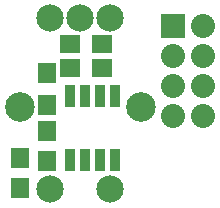
<source format=gts>
G04 #@! TF.FileFunction,Soldermask,Top*
%FSLAX46Y46*%
G04 Gerber Fmt 4.6, Leading zero omitted, Abs format (unit mm)*
G04 Created by KiCad (PCBNEW 4.0.1-stable) date 2/13/2016 8:52:59 PM*
%MOMM*%
G01*
G04 APERTURE LIST*
%ADD10C,0.150000*%
%ADD11R,1.554800X1.804800*%
%ADD12R,1.604800X1.804800*%
%ADD13R,1.804800X1.604800*%
%ADD14C,2.304800*%
%ADD15C,2.504800*%
%ADD16R,0.904800X1.854800*%
%ADD17R,2.032000X2.032000*%
%ADD18O,2.032000X2.032000*%
G04 APERTURE END LIST*
D10*
D11*
X4318000Y-11704000D03*
X4318000Y-14204000D03*
D12*
X4318000Y-6778000D03*
X4318000Y-9478000D03*
D13*
X6270000Y-6350000D03*
X8970000Y-6350000D03*
X6270000Y-4318000D03*
X8970000Y-4318000D03*
D14*
X4572000Y-2152000D03*
X7112000Y-2152000D03*
X9652000Y-2152000D03*
X9652000Y-16652000D03*
X4572000Y-16652000D03*
D15*
X2012000Y-9652000D03*
X12212000Y-9652000D03*
D16*
X6223000Y-14130000D03*
X7493000Y-14130000D03*
X8763000Y-14130000D03*
X10033000Y-14130000D03*
X10033000Y-8730000D03*
X8763000Y-8730000D03*
X7493000Y-8730000D03*
X6223000Y-8730000D03*
D17*
X14986000Y-2794000D03*
D18*
X17526000Y-2794000D03*
X14986000Y-5334000D03*
X17526000Y-5334000D03*
X14986000Y-7874000D03*
X17526000Y-7874000D03*
X14986000Y-10414000D03*
X17526000Y-10414000D03*
D11*
X2032000Y-13990000D03*
X2032000Y-16490000D03*
M02*

</source>
